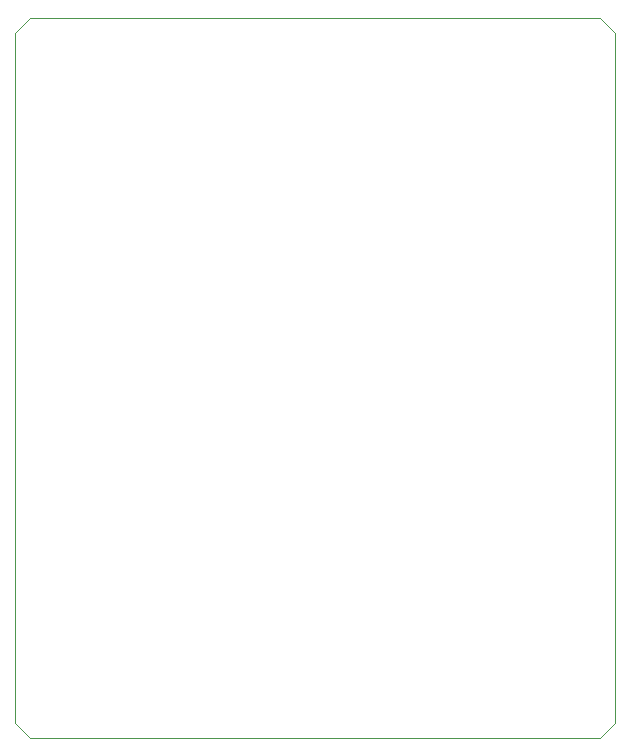
<source format=gm1>
G04 #@! TF.GenerationSoftware,KiCad,Pcbnew,9.0.1*
G04 #@! TF.CreationDate,2025-10-08T22:03:34-06:00*
G04 #@! TF.ProjectId,testbench,74657374-6265-46e6-9368-2e6b69636164,rev?*
G04 #@! TF.SameCoordinates,Original*
G04 #@! TF.FileFunction,Profile,NP*
%FSLAX46Y46*%
G04 Gerber Fmt 4.6, Leading zero omitted, Abs format (unit mm)*
G04 Created by KiCad (PCBNEW 9.0.1) date 2025-10-08 22:03:34*
%MOMM*%
%LPD*%
G01*
G04 APERTURE LIST*
G04 #@! TA.AperFunction,Profile*
%ADD10C,0.050000*%
G04 #@! TD*
G04 APERTURE END LIST*
D10*
X109220000Y-135890000D02*
X109220000Y-83820000D01*
X110490000Y-137160000D02*
X109220000Y-135890000D01*
X158750000Y-137160000D02*
X110490000Y-137160000D01*
X160020000Y-135890000D02*
X158750000Y-137160000D01*
X160020000Y-77470000D02*
X160020000Y-135890000D01*
X158750000Y-76200000D02*
X160020000Y-77470000D01*
X110490000Y-76200000D02*
X158750000Y-76200000D01*
X109220000Y-77470000D02*
X110490000Y-76200000D01*
X109220000Y-83820000D02*
X109220000Y-77470000D01*
M02*

</source>
